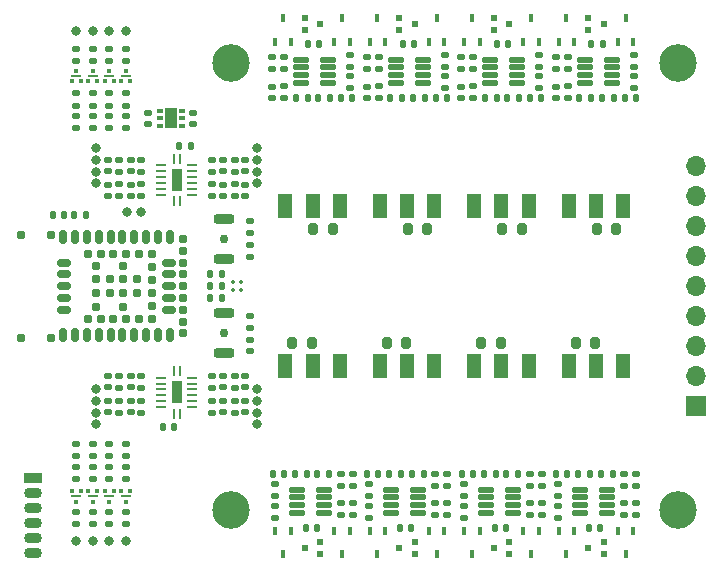
<source format=gts>
G04 #@! TF.GenerationSoftware,KiCad,Pcbnew,(6.0.11)*
G04 #@! TF.CreationDate,2024-02-18T11:49:07+01:00*
G04 #@! TF.ProjectId,8-Cell Balancer Charger,382d4365-6c6c-4204-9261-6c616e636572,rev?*
G04 #@! TF.SameCoordinates,Original*
G04 #@! TF.FileFunction,Soldermask,Top*
G04 #@! TF.FilePolarity,Negative*
%FSLAX46Y46*%
G04 Gerber Fmt 4.6, Leading zero omitted, Abs format (unit mm)*
G04 Created by KiCad (PCBNEW (6.0.11)) date 2024-02-18 11:49:07*
%MOMM*%
%LPD*%
G01*
G04 APERTURE LIST*
G04 Aperture macros list*
%AMRoundRect*
0 Rectangle with rounded corners*
0 $1 Rounding radius*
0 $2 $3 $4 $5 $6 $7 $8 $9 X,Y pos of 4 corners*
0 Add a 4 corners polygon primitive as box body*
4,1,4,$2,$3,$4,$5,$6,$7,$8,$9,$2,$3,0*
0 Add four circle primitives for the rounded corners*
1,1,$1+$1,$2,$3*
1,1,$1+$1,$4,$5*
1,1,$1+$1,$6,$7*
1,1,$1+$1,$8,$9*
0 Add four rect primitives between the rounded corners*
20,1,$1+$1,$2,$3,$4,$5,0*
20,1,$1+$1,$4,$5,$6,$7,0*
20,1,$1+$1,$6,$7,$8,$9,0*
20,1,$1+$1,$8,$9,$2,$3,0*%
G04 Aperture macros list end*
%ADD10RoundRect,0.060000X-0.060000X-0.390000X0.060000X-0.390000X0.060000X0.390000X-0.060000X0.390000X0*%
%ADD11RoundRect,0.060000X-0.390000X0.060000X-0.390000X-0.060000X0.390000X-0.060000X0.390000X0.060000X0*%
%ADD12RoundRect,0.060000X0.060000X0.390000X-0.060000X0.390000X-0.060000X-0.390000X0.060000X-0.390000X0*%
%ADD13RoundRect,0.060000X0.390000X-0.060000X0.390000X0.060000X-0.390000X0.060000X-0.390000X-0.060000X0*%
%ADD14R,0.900000X1.900000*%
%ADD15R,1.700000X1.700000*%
%ADD16O,1.700000X1.700000*%
%ADD17RoundRect,0.080000X-0.080000X0.080000X-0.080000X-0.080000X0.080000X-0.080000X0.080000X0.080000X0*%
%ADD18RoundRect,0.140000X-0.140000X-0.170000X0.140000X-0.170000X0.140000X0.170000X-0.140000X0.170000X0*%
%ADD19RoundRect,0.135000X-0.185000X0.135000X-0.185000X-0.135000X0.185000X-0.135000X0.185000X0.135000X0*%
%ADD20R,0.450000X0.700000*%
%ADD21RoundRect,0.135000X0.185000X-0.135000X0.185000X0.135000X-0.185000X0.135000X-0.185000X-0.135000X0*%
%ADD22RoundRect,0.200000X0.200000X0.275000X-0.200000X0.275000X-0.200000X-0.275000X0.200000X-0.275000X0*%
%ADD23RoundRect,0.140000X-0.170000X0.140000X-0.170000X-0.140000X0.170000X-0.140000X0.170000X0.140000X0*%
%ADD24C,0.800000*%
%ADD25RoundRect,0.140000X0.170000X-0.140000X0.170000X0.140000X-0.170000X0.140000X-0.170000X-0.140000X0*%
%ADD26R,0.600000X0.500000*%
%ADD27RoundRect,0.135000X-0.135000X-0.185000X0.135000X-0.185000X0.135000X0.185000X-0.135000X0.185000X0*%
%ADD28C,0.750000*%
%ADD29RoundRect,0.200000X0.650000X-0.200000X0.650000X0.200000X-0.650000X0.200000X-0.650000X-0.200000X0*%
%ADD30RoundRect,0.200000X-0.650000X0.200000X-0.650000X-0.200000X0.650000X-0.200000X0.650000X0.200000X0*%
%ADD31RoundRect,0.140000X0.140000X0.170000X-0.140000X0.170000X-0.140000X-0.170000X0.140000X-0.170000X0*%
%ADD32RoundRect,0.200000X-0.200000X-0.275000X0.200000X-0.275000X0.200000X0.275000X-0.200000X0.275000X0*%
%ADD33RoundRect,0.125000X0.537500X0.125000X-0.537500X0.125000X-0.537500X-0.125000X0.537500X-0.125000X0*%
%ADD34RoundRect,0.087500X0.087500X0.112500X-0.087500X0.112500X-0.087500X-0.112500X0.087500X-0.112500X0*%
%ADD35RoundRect,0.100000X0.100000X0.100000X-0.100000X0.100000X-0.100000X-0.100000X0.100000X-0.100000X0*%
%ADD36RoundRect,0.050000X0.400000X0.050000X-0.400000X0.050000X-0.400000X-0.050000X0.400000X-0.050000X0*%
%ADD37R,1.500000X0.910000*%
%ADD38O,1.500000X0.910000*%
%ADD39RoundRect,0.135000X0.135000X0.185000X-0.135000X0.185000X-0.135000X-0.185000X0.135000X-0.185000X0*%
%ADD40C,3.180000*%
%ADD41R,1.200000X2.000000*%
%ADD42RoundRect,0.125000X-0.537500X-0.125000X0.537500X-0.125000X0.537500X0.125000X-0.537500X0.125000X0*%
%ADD43RoundRect,0.087500X-0.087500X-0.112500X0.087500X-0.112500X0.087500X0.112500X-0.087500X0.112500X0*%
%ADD44RoundRect,0.050000X-0.400000X-0.050000X0.400000X-0.050000X0.400000X0.050000X-0.400000X0.050000X0*%
%ADD45RoundRect,0.100000X-0.100000X-0.100000X0.100000X-0.100000X0.100000X0.100000X-0.100000X0.100000X0*%
%ADD46R,0.525000X0.350000*%
%ADD47R,1.010000X1.700000*%
%ADD48RoundRect,0.175000X-0.175000X0.400000X-0.175000X-0.400000X0.175000X-0.400000X0.175000X0.400000X0*%
%ADD49RoundRect,0.175000X-0.400000X-0.175000X0.400000X-0.175000X0.400000X0.175000X-0.400000X0.175000X0*%
%ADD50RoundRect,0.175000X-0.175000X0.175000X-0.175000X-0.175000X0.175000X-0.175000X0.175000X0.175000X0*%
G04 APERTURE END LIST*
D10*
X-16250000Y10800000D03*
D11*
X-17300000Y10250000D03*
X-17300000Y9750000D03*
X-17300000Y9250000D03*
X-17300000Y8750000D03*
X-17300000Y8250000D03*
X-17300000Y7750000D03*
D12*
X-16250000Y7200000D03*
X-15750000Y7200000D03*
D13*
X-14700000Y7750000D03*
X-14700000Y8250000D03*
X-14700000Y8750000D03*
X-14700000Y9250000D03*
X-14700000Y9750000D03*
X-14700000Y10250000D03*
D10*
X-15750000Y10800000D03*
D14*
X-16000000Y9000000D03*
D12*
X-15750000Y-10800000D03*
D13*
X-14700000Y-10250000D03*
X-14700000Y-9750000D03*
X-14700000Y-9250000D03*
X-14700000Y-8750000D03*
X-14700000Y-8250000D03*
X-14700000Y-7750000D03*
D10*
X-15750000Y-7200000D03*
X-16250000Y-7200000D03*
D11*
X-17300000Y-7750000D03*
X-17300000Y-8250000D03*
X-17300000Y-8750000D03*
X-17300000Y-9250000D03*
X-17300000Y-9750000D03*
X-17300000Y-10250000D03*
D12*
X-16250000Y-10800000D03*
D14*
X-16000000Y-9000000D03*
D15*
X28000000Y-10160000D03*
D16*
X28000000Y-7620000D03*
X28000000Y-5080000D03*
X28000000Y-2540000D03*
X28000000Y0D03*
X28000000Y2540000D03*
X28000000Y5080000D03*
X28000000Y7620000D03*
X28000000Y10160000D03*
D17*
X-10570000Y330000D03*
X-11230000Y330000D03*
X-11230000Y-330000D03*
X-10570000Y-330000D03*
D18*
X16120000Y-15900000D03*
X17080000Y-15900000D03*
X18920000Y-20500000D03*
X19880000Y-20500000D03*
D19*
X-11100000Y10710000D03*
X-11100000Y9690000D03*
D20*
X-2650000Y20700000D03*
X-1350000Y20700000D03*
X-2000000Y22700000D03*
D21*
X-13000000Y-8610000D03*
X-13000000Y-7590000D03*
D22*
X21225000Y4800000D03*
X19575000Y4800000D03*
D21*
X-13000000Y-10710000D03*
X-13000000Y-9690000D03*
D20*
X14650000Y-20700000D03*
X13350000Y-20700000D03*
X14000000Y-22700000D03*
D23*
X-9800000Y-4520000D03*
X-9800000Y-5480000D03*
D21*
X9100000Y18390000D03*
X9100000Y19410000D03*
D19*
X-20300000Y14410000D03*
X-20300000Y13390000D03*
D22*
X5225000Y4800000D03*
X3575000Y4800000D03*
D24*
X-9200000Y10700000D03*
D21*
X-11100000Y-8610000D03*
X-11100000Y-7590000D03*
D19*
X-24500000Y-15290000D03*
X-24500000Y-16310000D03*
D24*
X-19000000Y6300000D03*
D25*
X-19900000Y-8580000D03*
X-19900000Y-7620000D03*
D18*
X8120000Y-15900000D03*
X9080000Y-15900000D03*
D21*
X16100000Y18390000D03*
X16100000Y19410000D03*
D20*
X-6350000Y-20700000D03*
X-7650000Y-20700000D03*
X-7000000Y-22700000D03*
D19*
X-19000000Y10710000D03*
X-19000000Y9690000D03*
D26*
X4150000Y-22700000D03*
X4150000Y-21700000D03*
X2850000Y-22200000D03*
D27*
X-5910000Y15900000D03*
X-4890000Y15900000D03*
D20*
X17650000Y-20700000D03*
X16350000Y-20700000D03*
X17000000Y-22700000D03*
D21*
X-23100000Y-14410000D03*
X-23100000Y-13390000D03*
D19*
X21900000Y-18390000D03*
X21900000Y-19410000D03*
D28*
X-12000000Y-4000000D03*
D29*
X-12000000Y-5700000D03*
D30*
X-12000000Y-2300000D03*
D21*
X-23100000Y19090000D03*
X-23100000Y20110000D03*
D31*
X-1120000Y15900000D03*
X-2080000Y15900000D03*
D23*
X-12100000Y10680000D03*
X-12100000Y9720000D03*
D24*
X-22800000Y8700000D03*
X-22800000Y-11700000D03*
D23*
X16100000Y16880000D03*
X16100000Y15920000D03*
D19*
X22700000Y19610000D03*
X22700000Y18590000D03*
D21*
X-21700000Y19090000D03*
X-21700000Y20110000D03*
D32*
X9775000Y-4800000D03*
X11425000Y-4800000D03*
D21*
X8300000Y-19610000D03*
X8300000Y-18590000D03*
X13900000Y-16910000D03*
X13900000Y-15890000D03*
D19*
X-23100000Y-15290000D03*
X-23100000Y-16310000D03*
D25*
X-9800000Y4520000D03*
X-9800000Y5480000D03*
D32*
X-6225000Y-4800000D03*
X-4575000Y-4800000D03*
D25*
X-10200000Y-10680000D03*
X-10200000Y-9720000D03*
X6900000Y-16880000D03*
X6900000Y-15920000D03*
D33*
X20437500Y-19175000D03*
X20437500Y-18525000D03*
X20437500Y-17875000D03*
X20437500Y-17225000D03*
X18162500Y-17225000D03*
X18162500Y-17875000D03*
X18162500Y-18525000D03*
X18162500Y-19175000D03*
D23*
X-12100000Y8580000D03*
X-12100000Y7620000D03*
D25*
X-1100000Y-16880000D03*
X-1100000Y-15920000D03*
D21*
X-7900000Y18390000D03*
X-7900000Y19410000D03*
D33*
X4437500Y-19175000D03*
X4437500Y-18525000D03*
X4437500Y-17875000D03*
X4437500Y-17225000D03*
X2162500Y-17225000D03*
X2162500Y-17875000D03*
X2162500Y-18525000D03*
X2162500Y-19175000D03*
D24*
X-22800000Y9700000D03*
D34*
X-20675000Y17350000D03*
X-19925000Y17350000D03*
D35*
X-20300000Y18250000D03*
D36*
X-20300000Y17800000D03*
D27*
X-6010000Y-15900000D03*
X-4990000Y-15900000D03*
D37*
X-28200000Y-16225000D03*
D38*
X-28200000Y-17495000D03*
X-28200000Y-18765000D03*
X-28200000Y-20035000D03*
X-28200000Y-21305000D03*
X-28200000Y-22575000D03*
D21*
X-2100000Y-16910000D03*
X-2100000Y-15890000D03*
D24*
X-9200000Y8700000D03*
D21*
X-1300000Y16790000D03*
X-1300000Y17810000D03*
D18*
X-7880000Y-15900000D03*
X-6920000Y-15900000D03*
D19*
X-6900000Y16910000D03*
X-6900000Y15890000D03*
D39*
X5010000Y15900000D03*
X3990000Y15900000D03*
D18*
X10920000Y-20500000D03*
X11880000Y-20500000D03*
D19*
X300000Y-16790000D03*
X300000Y-17810000D03*
D23*
X-10200000Y10680000D03*
X-10200000Y9720000D03*
D20*
X1650000Y-20700000D03*
X350000Y-20700000D03*
X1000000Y-22700000D03*
D40*
X26430000Y18930000D03*
X-11430000Y-18930000D03*
D21*
X-19000000Y-10710000D03*
X-19000000Y-9690000D03*
D20*
X5350000Y20700000D03*
X6650000Y20700000D03*
X6000000Y22700000D03*
D19*
X-2100000Y-18390000D03*
X-2100000Y-19410000D03*
D21*
X-24500000Y15290000D03*
X-24500000Y16310000D03*
D19*
X14900000Y-18390000D03*
X14900000Y-19410000D03*
D27*
X18090000Y15900000D03*
X19110000Y15900000D03*
D21*
X-21700000Y-14410000D03*
X-21700000Y-13390000D03*
D24*
X-22800000Y-8700000D03*
X-22800000Y-10700000D03*
D21*
X8100000Y18390000D03*
X8100000Y19410000D03*
X14700000Y16790000D03*
X14700000Y17810000D03*
D24*
X-9200000Y-8700000D03*
D21*
X16300000Y-19610000D03*
X16300000Y-18590000D03*
X-11100000Y-10710000D03*
X-11100000Y-9690000D03*
D19*
X-24500000Y-19090000D03*
X-24500000Y-20110000D03*
D41*
X1210000Y-6800000D03*
X3500000Y-6800000D03*
X5790000Y-6800000D03*
D42*
X18562500Y19175000D03*
X18562500Y18525000D03*
X18562500Y17875000D03*
X18562500Y17225000D03*
X20837500Y17225000D03*
X20837500Y17875000D03*
X20837500Y18525000D03*
X20837500Y19175000D03*
D39*
X4910000Y-15900000D03*
X3890000Y-15900000D03*
D20*
X22650000Y-20700000D03*
X21350000Y-20700000D03*
X22000000Y-22700000D03*
D19*
X8300000Y-16790000D03*
X8300000Y-17810000D03*
D26*
X12150000Y-22700000D03*
X12150000Y-21700000D03*
X10850000Y-22200000D03*
D39*
X21010000Y15900000D03*
X19990000Y15900000D03*
D21*
X300000Y-19610000D03*
X300000Y-18590000D03*
D23*
X-19900000Y8580000D03*
X-19900000Y7620000D03*
D19*
X-21700000Y-15290000D03*
X-21700000Y-16310000D03*
X-9800000Y-2490000D03*
X-9800000Y-3510000D03*
D43*
X-19925000Y-17350000D03*
X-20675000Y-17350000D03*
D44*
X-20300000Y-17800000D03*
D45*
X-20300000Y-18250000D03*
D24*
X-24500000Y-21600000D03*
X-23100000Y21600000D03*
D22*
X-2775000Y4800000D03*
X-4425000Y4800000D03*
D19*
X16300000Y-16790000D03*
X16300000Y-17810000D03*
D39*
X20910000Y-15900000D03*
X19890000Y-15900000D03*
D20*
X350000Y20700000D03*
X1650000Y20700000D03*
X1000000Y22700000D03*
D25*
X-21800000Y-10680000D03*
X-21800000Y-9720000D03*
D21*
X5900000Y-16910000D03*
X5900000Y-15890000D03*
D24*
X-21700000Y21600000D03*
X-9200000Y9700000D03*
D18*
X120000Y-15900000D03*
X1080000Y-15900000D03*
D39*
X-12190000Y1000000D03*
X-13210000Y1000000D03*
D24*
X-20300000Y21600000D03*
D31*
X22880000Y15900000D03*
X21920000Y15900000D03*
D34*
X-23475000Y17350000D03*
X-22725000Y17350000D03*
D36*
X-23100000Y17800000D03*
D35*
X-23100000Y18250000D03*
D19*
X-23100000Y-19100000D03*
X-23100000Y-20120000D03*
D34*
X-22075000Y17350000D03*
X-21325000Y17350000D03*
D36*
X-21700000Y17800000D03*
D35*
X-21700000Y18250000D03*
D19*
X-24500000Y14410000D03*
X-24500000Y13390000D03*
D23*
X-19900000Y10680000D03*
X-19900000Y9720000D03*
D26*
X2850000Y22700000D03*
X2850000Y21700000D03*
X4150000Y22200000D03*
D19*
X17100000Y16910000D03*
X17100000Y15890000D03*
D27*
X1990000Y-15900000D03*
X3010000Y-15900000D03*
D26*
X-5150000Y22700000D03*
X-5150000Y21700000D03*
X-3850000Y22200000D03*
D20*
X21350000Y20700000D03*
X22650000Y20700000D03*
X22000000Y22700000D03*
D42*
X-5437500Y19175000D03*
X-5437500Y18525000D03*
X-5437500Y17875000D03*
X-5437500Y17225000D03*
X-3162500Y17225000D03*
X-3162500Y17875000D03*
X-3162500Y18525000D03*
X-3162500Y19175000D03*
D18*
X2920000Y-20500000D03*
X3880000Y-20500000D03*
D26*
X18850000Y22700000D03*
X18850000Y21700000D03*
X20150000Y22200000D03*
D39*
X12910000Y-15900000D03*
X11890000Y-15900000D03*
D24*
X-23100000Y-21600000D03*
D21*
X-20900000Y-8610000D03*
X-20900000Y-7590000D03*
X-9800000Y2490000D03*
X-9800000Y3510000D03*
D19*
X-20900000Y10710000D03*
X-20900000Y9690000D03*
D21*
X21900000Y-16910000D03*
X21900000Y-15890000D03*
D27*
X9990000Y-15900000D03*
X11010000Y-15900000D03*
X2090000Y15900000D03*
X3110000Y15900000D03*
D31*
X4080000Y20500000D03*
X3120000Y20500000D03*
D20*
X-1350000Y-20700000D03*
X-2650000Y-20700000D03*
X-2000000Y-22700000D03*
D19*
X-19000000Y8610000D03*
X-19000000Y7590000D03*
X-1100000Y-18390000D03*
X-1100000Y-19410000D03*
X-21700000Y-19100000D03*
X-21700000Y-20120000D03*
X-1300000Y19610000D03*
X-1300000Y18590000D03*
D21*
X17100000Y18390000D03*
X17100000Y19410000D03*
D27*
X17990000Y-15900000D03*
X19010000Y-15900000D03*
D25*
X-19900000Y-10680000D03*
X-19900000Y-9720000D03*
D19*
X5900000Y-18390000D03*
X5900000Y-19410000D03*
D24*
X-22800000Y10700000D03*
D19*
X22900000Y-18390000D03*
X22900000Y-19410000D03*
D24*
X-20300000Y-21600000D03*
D41*
X5790000Y6800000D03*
X3500000Y6800000D03*
X1210000Y6800000D03*
D31*
X6880000Y15900000D03*
X5920000Y15900000D03*
D24*
X-22800000Y-9700000D03*
D39*
X-12190000Y-1000000D03*
X-13210000Y-1000000D03*
D24*
X-9200000Y11700000D03*
D23*
X-18400000Y14680000D03*
X-18400000Y13720000D03*
D21*
X1100000Y18390000D03*
X1100000Y19410000D03*
D41*
X-6790000Y-6800000D03*
X-4500000Y-6800000D03*
X-2210000Y-6800000D03*
D43*
X-21325000Y-17350000D03*
X-22075000Y-17350000D03*
D44*
X-21700000Y-17800000D03*
D45*
X-21700000Y-18250000D03*
D42*
X10562500Y19175000D03*
X10562500Y18525000D03*
X10562500Y17875000D03*
X10562500Y17225000D03*
X12837500Y17225000D03*
X12837500Y17875000D03*
X12837500Y18525000D03*
X12837500Y19175000D03*
D21*
X-24500000Y19090000D03*
X-24500000Y20110000D03*
D24*
X-9200000Y-11700000D03*
D19*
X-13000000Y8610000D03*
X-13000000Y7590000D03*
D21*
X22700000Y16790000D03*
X22700000Y17810000D03*
D25*
X22900000Y-16880000D03*
X22900000Y-15920000D03*
D18*
X-24680000Y6000000D03*
X-23720000Y6000000D03*
D23*
X8100000Y16880000D03*
X8100000Y15920000D03*
X-10200000Y8580000D03*
X-10200000Y7620000D03*
D39*
X-12190000Y0D03*
X-13210000Y0D03*
D24*
X-9200000Y-10700000D03*
D42*
X2562500Y19175000D03*
X2562500Y18525000D03*
X2562500Y17875000D03*
X2562500Y17225000D03*
X4837500Y17225000D03*
X4837500Y17875000D03*
X4837500Y18525000D03*
X4837500Y19175000D03*
D21*
X100000Y18390000D03*
X100000Y19410000D03*
D39*
X-3090000Y-15900000D03*
X-4110000Y-15900000D03*
D18*
X-15780000Y11900000D03*
X-14820000Y11900000D03*
D26*
X20150000Y-22700000D03*
X20150000Y-21700000D03*
X18850000Y-22200000D03*
D21*
X-23100000Y15290000D03*
X-23100000Y16310000D03*
D33*
X-3562500Y-19175000D03*
X-3562500Y-18525000D03*
X-3562500Y-17875000D03*
X-3562500Y-17225000D03*
X-5837500Y-17225000D03*
X-5837500Y-17875000D03*
X-5837500Y-18525000D03*
X-5837500Y-19175000D03*
D19*
X-7700000Y-16790000D03*
X-7700000Y-17810000D03*
D41*
X13790000Y6800000D03*
X11500000Y6800000D03*
X9210000Y6800000D03*
D19*
X-13000000Y10710000D03*
X-13000000Y9690000D03*
D20*
X6650000Y-20700000D03*
X5350000Y-20700000D03*
X6000000Y-22700000D03*
D19*
X6900000Y-18390000D03*
X6900000Y-19410000D03*
D25*
X-10200000Y-8580000D03*
X-10200000Y-7620000D03*
D19*
X-23100000Y14410000D03*
X-23100000Y13390000D03*
D23*
X-21800000Y10680000D03*
X-21800000Y9720000D03*
D25*
X14900000Y-16880000D03*
X14900000Y-15920000D03*
D19*
X13900000Y-18390000D03*
X13900000Y-19410000D03*
D31*
X14880000Y15900000D03*
X13920000Y15900000D03*
D21*
X-6900000Y18390000D03*
X-6900000Y19410000D03*
D18*
X-5080000Y-20500000D03*
X-4120000Y-20500000D03*
D20*
X13350000Y20700000D03*
X14650000Y20700000D03*
X14000000Y22700000D03*
D23*
X-7900000Y16880000D03*
X-7900000Y15920000D03*
D43*
X-24125000Y-17350000D03*
X-24875000Y-17350000D03*
D44*
X-24500000Y-17800000D03*
D45*
X-24500000Y-18250000D03*
D19*
X-20300000Y-19090000D03*
X-20300000Y-20110000D03*
D21*
X-19000000Y-8610000D03*
X-19000000Y-7590000D03*
D22*
X13225000Y4800000D03*
X11575000Y4800000D03*
D34*
X-24875000Y17350000D03*
X-24125000Y17350000D03*
D35*
X-24500000Y18250000D03*
D36*
X-24500000Y17800000D03*
D21*
X-20900000Y-10710000D03*
X-20900000Y-9690000D03*
D31*
X20080000Y20500000D03*
X19120000Y20500000D03*
D23*
X100000Y16880000D03*
X100000Y15920000D03*
D25*
X-12100000Y-8580000D03*
X-12100000Y-7620000D03*
D24*
X-24500000Y21600000D03*
D20*
X8350000Y20700000D03*
X9650000Y20700000D03*
X9000000Y22700000D03*
D19*
X-20900000Y8610000D03*
X-20900000Y7590000D03*
D31*
X12080000Y20500000D03*
X11120000Y20500000D03*
D39*
X13010000Y15900000D03*
X11990000Y15900000D03*
D23*
X-14600000Y14680000D03*
X-14600000Y13720000D03*
D19*
X1100000Y16910000D03*
X1100000Y15890000D03*
D24*
X-21700000Y-21600000D03*
D31*
X-16220000Y-11900000D03*
X-17180000Y-11900000D03*
D24*
X-22800000Y11700000D03*
D21*
X-7700000Y-19610000D03*
X-7700000Y-18590000D03*
D19*
X9100000Y16910000D03*
X9100000Y15890000D03*
D26*
X-3850000Y-22700000D03*
X-3850000Y-21700000D03*
X-5150000Y-22200000D03*
D19*
X-11100000Y8610000D03*
X-11100000Y7590000D03*
D32*
X1775000Y-4800000D03*
X3425000Y-4800000D03*
D27*
X10090000Y15900000D03*
X11110000Y15900000D03*
D32*
X17775000Y-4800000D03*
X19425000Y-4800000D03*
D20*
X16350000Y20700000D03*
X17650000Y20700000D03*
X17000000Y22700000D03*
D41*
X17210000Y-6800000D03*
X19500000Y-6800000D03*
X21790000Y-6800000D03*
D31*
X-25520000Y6000000D03*
X-26480000Y6000000D03*
D21*
X-20300000Y15290000D03*
X-20300000Y16310000D03*
D46*
X-17437500Y14850000D03*
X-17437500Y14200000D03*
X-17437500Y13550000D03*
X-15562500Y13550000D03*
X-15562500Y14200000D03*
X-15562500Y14850000D03*
D47*
X-16500000Y14200000D03*
D21*
X-24500000Y-14410000D03*
X-24500000Y-13390000D03*
D26*
X10850000Y22700000D03*
X10850000Y21700000D03*
X12150000Y22200000D03*
D48*
X-16600000Y4125000D03*
X-17600000Y4125000D03*
X-18600000Y4125000D03*
X-19600000Y4125000D03*
X-20600000Y4125000D03*
X-21600000Y4125000D03*
X-22600000Y4125000D03*
X-23600000Y4125000D03*
X-24600000Y4125000D03*
X-25600000Y4125000D03*
D49*
X-25525000Y2000000D03*
X-25525000Y1000000D03*
X-25525000Y0D03*
X-25525000Y-1000000D03*
X-25525000Y-2000000D03*
D48*
X-25600000Y-4125000D03*
X-24600000Y-4125000D03*
X-23600000Y-4125000D03*
X-22600000Y-4125000D03*
X-21600000Y-4125000D03*
X-20600000Y-4125000D03*
X-19600000Y-4125000D03*
X-18600000Y-4125000D03*
X-17600000Y-4125000D03*
X-16600000Y-4125000D03*
D49*
X-16675000Y-2000000D03*
X-16675000Y-1000000D03*
X-16675000Y0D03*
X-16675000Y1000000D03*
X-16675000Y2000000D03*
D50*
X-18050000Y2750000D03*
X-19150000Y2750000D03*
X-20250000Y2750000D03*
X-21350000Y2750000D03*
X-22450000Y2750000D03*
X-23550000Y2750000D03*
X-23550000Y-2750000D03*
X-22450000Y-2750000D03*
X-21350000Y-2750000D03*
X-20250000Y-2750000D03*
X-19150000Y-2750000D03*
X-18050000Y-2750000D03*
X-18050000Y-1650000D03*
X-18050000Y-550000D03*
X-18050000Y550000D03*
X-18050000Y1650000D03*
X-15450000Y-4000000D03*
X-15450000Y-3000000D03*
X-15450000Y-2000000D03*
X-15450000Y-1000000D03*
X-15450000Y0D03*
X-15450000Y1000000D03*
X-15450000Y2000000D03*
X-15450000Y3000000D03*
X-15450000Y4000000D03*
X-26600000Y4350000D03*
X-29150000Y-4350000D03*
X-26600000Y-4350000D03*
X-29150000Y4350000D03*
X-21675000Y-575000D03*
X-19375000Y-575000D03*
X-22825000Y575000D03*
X-20525000Y-575000D03*
X-21675000Y575000D03*
X-22825000Y-1725000D03*
X-19375000Y575000D03*
X-20525000Y-1725000D03*
X-22825000Y1725000D03*
X-20525000Y1725000D03*
X-20525000Y575000D03*
X-22825000Y-575000D03*
D28*
X-12000000Y4000000D03*
D30*
X-12000000Y5700000D03*
D29*
X-12000000Y2300000D03*
D19*
X14700000Y19610000D03*
X14700000Y18590000D03*
D20*
X9650000Y-20700000D03*
X8350000Y-20700000D03*
X9000000Y-22700000D03*
D21*
X-21700000Y15290000D03*
X-21700000Y16310000D03*
D23*
X-21800000Y8580000D03*
X-21800000Y7620000D03*
D19*
X-21700000Y14410000D03*
X-21700000Y13390000D03*
D24*
X-20200000Y6300000D03*
D21*
X-20300000Y-14410000D03*
X-20300000Y-13390000D03*
D25*
X-12100000Y-10680000D03*
X-12100000Y-9720000D03*
D24*
X-9200000Y-9700000D03*
D41*
X-2210000Y6800000D03*
X-4500000Y6800000D03*
X-6790000Y6800000D03*
D19*
X6700000Y19610000D03*
X6700000Y18590000D03*
D21*
X6700000Y16790000D03*
X6700000Y17810000D03*
D41*
X21790000Y6800000D03*
X19500000Y6800000D03*
X17210000Y6800000D03*
D21*
X-20300000Y19090000D03*
X-20300000Y20110000D03*
D33*
X12437500Y-19175000D03*
X12437500Y-18525000D03*
X12437500Y-17875000D03*
X12437500Y-17225000D03*
X10162500Y-17225000D03*
X10162500Y-17875000D03*
X10162500Y-18525000D03*
X10162500Y-19175000D03*
D20*
X-7650000Y20700000D03*
X-6350000Y20700000D03*
X-7000000Y22700000D03*
D31*
X-3920000Y20500000D03*
X-4880000Y20500000D03*
D25*
X-21800000Y-8580000D03*
X-21800000Y-7620000D03*
D39*
X-2990000Y15900000D03*
X-4010000Y15900000D03*
D19*
X-20300000Y-15290000D03*
X-20300000Y-16310000D03*
D41*
X9210000Y-6800000D03*
X11500000Y-6800000D03*
X13790000Y-6800000D03*
D43*
X-22725000Y-17350000D03*
X-23475000Y-17350000D03*
D44*
X-23100000Y-17800000D03*
D45*
X-23100000Y-18250000D03*
D40*
X-11430000Y18930000D03*
X26430000Y-18930000D03*
M02*

</source>
